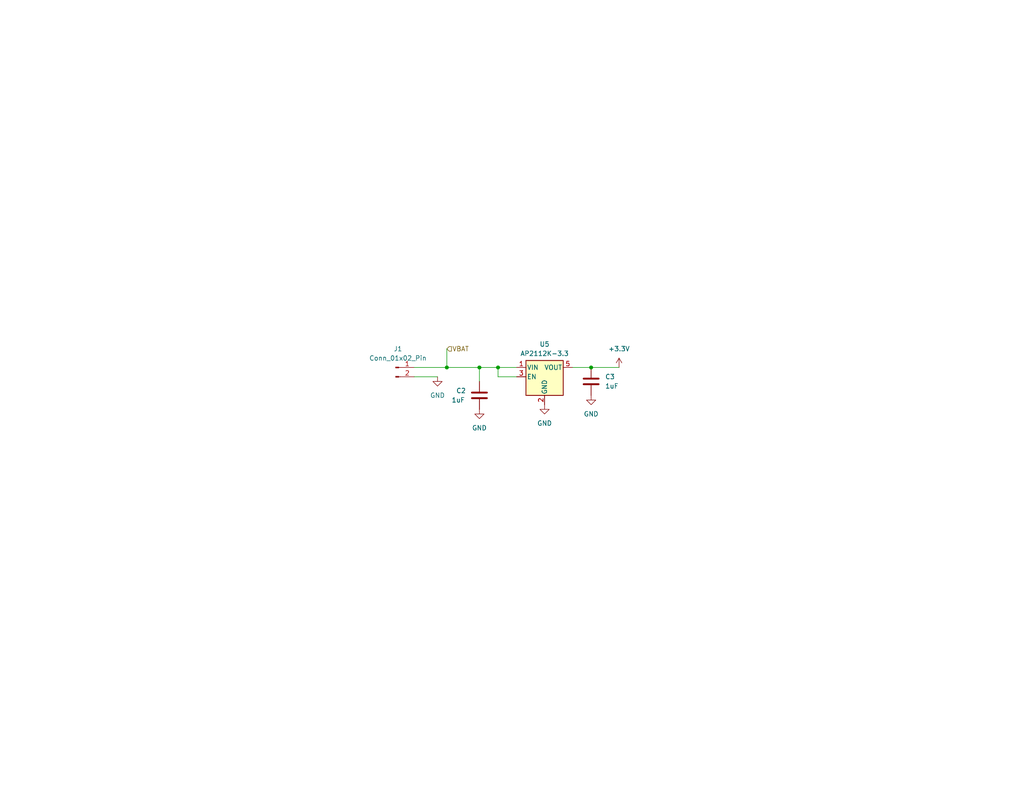
<source format=kicad_sch>
(kicad_sch (version 20230121) (generator eeschema)
  (paper "USLetter")
  (lib_symbols
    (symbol "Connector:Conn_01x02_Pin" (pin_names (offset 1.016) hide)
      (property "Reference" "J" (at 0 2.54 0))
      (property "Value" "Conn_01x02_Pin" (at 0 -5.08 0))
      (symbol "Conn_01x02_Pin_1_1"
        (polyline (pts (xy 1.27 -2.54) (xy 0.8636 -2.54)) (stroke (width 0.1524)))
        (polyline (pts (xy 1.27 0) (xy 0.8636 0)) (stroke (width 0.1524)))
        (rectangle (start 0.8636 -2.413) (end 0 -2.667) (stroke (width 0.1524)) (fill (type outline)))
        (rectangle (start 0.8636 0.127) (end 0 -0.127) (stroke (width 0.1524)) (fill (type outline)))
        (pin passive line (at 5.08 0 180) (length 3.81) (name "Pin_1") (number "1"))
        (pin passive line (at 5.08 -2.54 180) (length 3.81) (name "Pin_2") (number "2"))
      )
    )
    (symbol "Device:C" (pin_numbers hide) (pin_names (offset 0.254))
      (property "Reference" "C" (at 0.635 2.54 0))
      (property "Value" "C" (at 0.635 -2.54 0))
      (symbol "C_0_1"
        (polyline (pts (xy -2.032 -0.762) (xy 2.032 -0.762)) (stroke (width 0.508)))
        (polyline (pts (xy -2.032 0.762) (xy 2.032 0.762)) (stroke (width 0.508)))
      )
      (symbol "C_1_1"
        (pin passive line (at 0 3.81 270) (length 2.794) (name "~") (number "1"))
        (pin passive line (at 0 -3.81 90) (length 2.794) (name "~") (number "2"))
      )
    )
    (symbol "Regulator_Linear:AP2112K-3.3" (pin_names (offset 0.254))
      (property "Reference" "U" (at -5.08 5.715 0))
      (property "Value" "AP2112K-3.3" (at 0 5.715 0))
      (symbol "AP2112K-3.3_0_1"
        (rectangle (start -5.08 4.445) (end 5.08 -5.08) (stroke (width 0.254)) (fill (type background)))
      )
      (symbol "AP2112K-3.3_1_1"
        (pin power_in line (at -7.62 2.54 0) (length 2.54) (name "VIN") (number "1"))
        (pin power_in line (at 0 -7.62 90) (length 2.54) (name "GND") (number "2"))
        (pin input line (at -7.62 0 0) (length 2.54) (name "EN") (number "3"))
        (pin no_connect line (at 5.08 0 180) (length 2.54) hide (name "NC") (number "4"))
        (pin power_out line (at 7.62 2.54 180) (length 2.54) (name "VOUT") (number "5"))
      )
    )
    (symbol "power:+3.3V" (power) (pin_names (offset 0))
      (property "Value" "+3.3V" (at 0 3.556 0))
      (symbol "+3.3V_0_1"
        (polyline (pts (xy -0.762 1.27) (xy 0 2.54)))
        (polyline (pts (xy 0 0) (xy 0 2.54)))
        (polyline (pts (xy 0 2.54) (xy 0.762 1.27)))
      )
      (symbol "+3.3V_1_1"
        (pin power_in line (at 0 0 90) (length 0) hide (name "+3.3V") (number "1"))
      )
    )
    (symbol "power:GND" (power) (pin_names (offset 0))
      (property "Value" "GND" (at 0 -3.81 0))
      (symbol "GND_0_1"
        (polyline (pts (xy 0 0) (xy 0 -1.27) (xy 1.27 -1.27) (xy 0 -2.54) (xy -1.27 -1.27) (xy 0 -1.27)))
      )
      (symbol "GND_1_1"
        (pin power_in line (at 0 0 270) (length 0) hide (name "GND") (number "1"))
      )
    )
  )
  (junction (at 135.89 100.33))
  (junction (at 161.29 100.33))
  (junction (at 130.81 100.33))
  (junction (at 121.92 100.33))
  (wire (pts (xy 121.92 95.25) (xy 121.92 100.33)))
  (wire (pts (xy 130.81 104.14) (xy 130.81 100.33)))
  (wire (pts (xy 113.03 100.33) (xy 121.92 100.33)))
  (wire (pts (xy 140.97 102.87) (xy 135.89 102.87)))
  (wire (pts (xy 130.81 100.33) (xy 135.89 100.33)))
  (wire (pts (xy 161.29 100.33) (xy 168.91 100.33)))
  (wire (pts (xy 156.21 100.33) (xy 161.29 100.33)))
  (wire (pts (xy 135.89 100.33) (xy 140.97 100.33)))
  (wire (pts (xy 135.89 100.33) (xy 135.89 102.87)))
  (wire (pts (xy 121.92 100.33) (xy 130.81 100.33)))
  (wire (pts (xy 113.03 102.87) (xy 119.38 102.87)))
  (hierarchical_label "VBAT" (shape input) (at 121.92 95.25 0))
  (symbol (lib_id "power:GND") (at 119.38 102.87 0) (unit 1)
    (property "Reference" "#PWR016" (effects hide))
    (property "Value" "GND" (at 119.38 107.95 0))
  )
  (symbol (lib_id "Regulator_Linear:AP2112K-3.3") (at 148.59 102.87 0) (unit 1)
    (property "Reference" "U5" (at 148.59 93.98 0))
    (property "Value" "AP2112K-3.3" (at 148.59 96.52 0))
    (property "Footprint" "Package_TO_SOT_SMD:SOT-23-5" (effects hide))
    (property "Datasheet" "https://www.diodes.com/assets/Datasheets/AP2112.pdf" (effects hide))
  )
  (symbol (lib_id "power:GND") (at 161.29 107.95 0) (unit 1)
    (property "Reference" "#PWR020" (effects hide))
    (property "Value" "GND" (at 161.29 113.03 0))
  )
  (symbol (lib_id "Device:C") (at 161.29 104.14 0) (unit 1)
    (property "Reference" "C3" (at 165.1 102.87 0) (effects (justify left)))
    (property "Value" "1uF" (at 165.1 105.41 0) (effects (justify left)))
    (property "Footprint" "Capacitor_SMD:C_0603_1608Metric" (effects hide))
  )
  (symbol (lib_id "Connector:Conn_01x02_Pin") (at 107.95 100.33 0) (unit 1)
    (property "Reference" "J1" (at 108.585 95.25 0))
    (property "Value" "Conn_01x02_Pin" (at 108.585 97.79 0))
    (property "Footprint" "Connector_JST:JST_EH_S2B-EH_1x02_P2.50mm_Horizontal" (effects hide))
  )
  (symbol (lib_id "power:GND") (at 130.81 111.76 0) (unit 1)
    (property "Reference" "#PWR017" (effects hide))
    (property "Value" "GND" (at 130.81 116.84 0))
  )
  (symbol (lib_id "power:+3.3V") (at 168.91 100.33 0) (unit 1)
    (property "Reference" "#PWR021" (effects hide))
    (property "Value" "+3.3V" (at 168.91 95.25 0))
  )
  (symbol (lib_id "power:GND") (at 148.59 110.49 0) (unit 1)
    (property "Reference" "#PWR018" (effects hide))
    (property "Value" "GND" (at 148.59 115.57 0))
  )
  (symbol (lib_id "Device:C") (at 130.81 107.95 0) (unit 1)
    (property "Reference" "C2" (at 124.46 106.68 0) (effects (justify left)))
    (property "Value" "1uF" (at 123.19 109.22 0) (effects (justify left)))
    (property "Footprint" "Capacitor_SMD:C_0603_1608Metric" (effects hide))
  )
)
</source>
